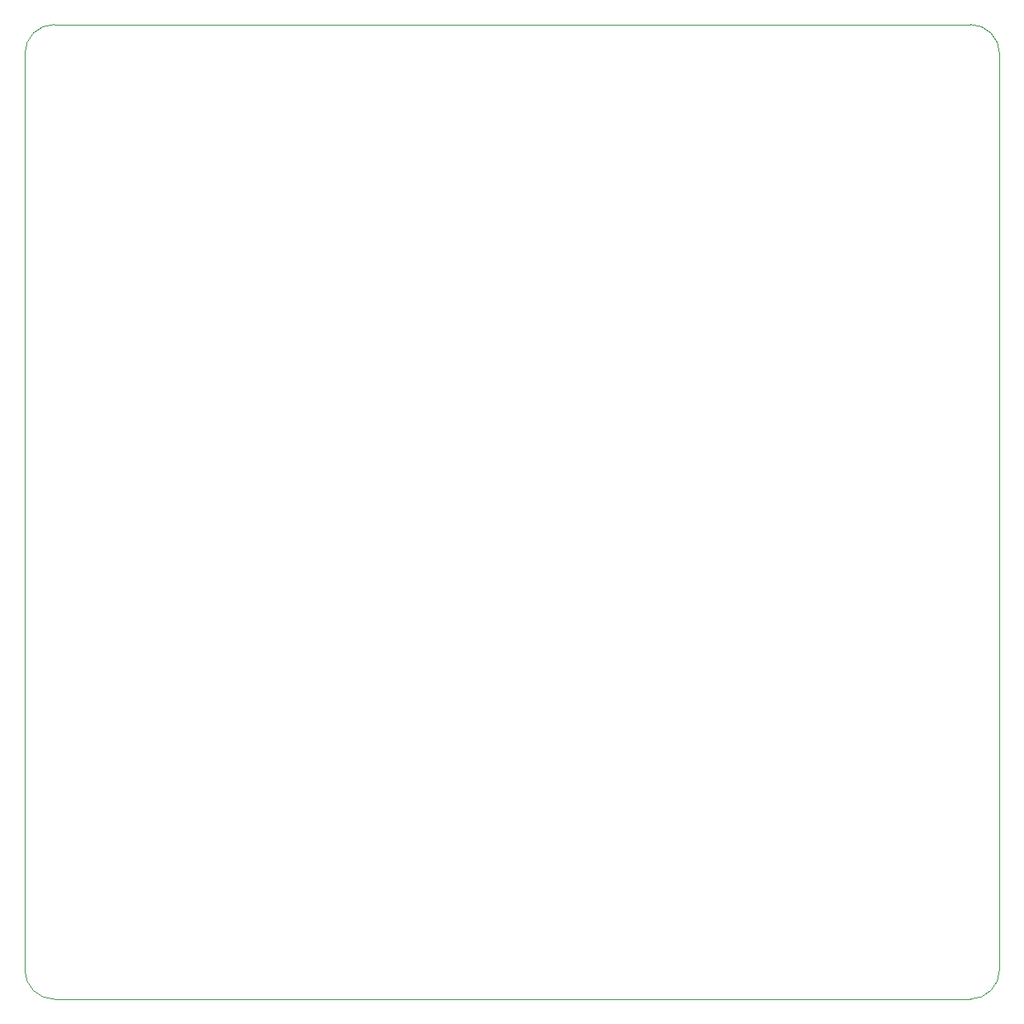
<source format=gbr>
%TF.GenerationSoftware,KiCad,Pcbnew,(6.0.8)*%
%TF.CreationDate,2023-04-19T22:42:55+02:00*%
%TF.ProjectId,Group22_Power,47726f75-7032-4325-9f50-6f7765722e6b,rev?*%
%TF.SameCoordinates,Original*%
%TF.FileFunction,Profile,NP*%
%FSLAX46Y46*%
G04 Gerber Fmt 4.6, Leading zero omitted, Abs format (unit mm)*
G04 Created by KiCad (PCBNEW (6.0.8)) date 2023-04-19 22:42:55*
%MOMM*%
%LPD*%
G01*
G04 APERTURE LIST*
%TA.AperFunction,Profile*%
%ADD10C,0.100000*%
%TD*%
G04 APERTURE END LIST*
D10*
X60250000Y-41592640D02*
X154257360Y-41592640D01*
X57250000Y-138600000D02*
G75*
G03*
X60250000Y-141600000I3000000J0D01*
G01*
X157257360Y-44592640D02*
G75*
G03*
X154257360Y-41592640I-2999960J40D01*
G01*
X57250000Y-44592640D02*
X57250000Y-138600000D01*
X157250000Y-138600000D02*
X157257360Y-44592640D01*
X60250000Y-41592640D02*
G75*
G03*
X57250000Y-44592640I0J-3000000D01*
G01*
X60250000Y-141600000D02*
X154250000Y-141600000D01*
X154250000Y-141600000D02*
G75*
G03*
X157250000Y-138600000I0J3000000D01*
G01*
M02*

</source>
